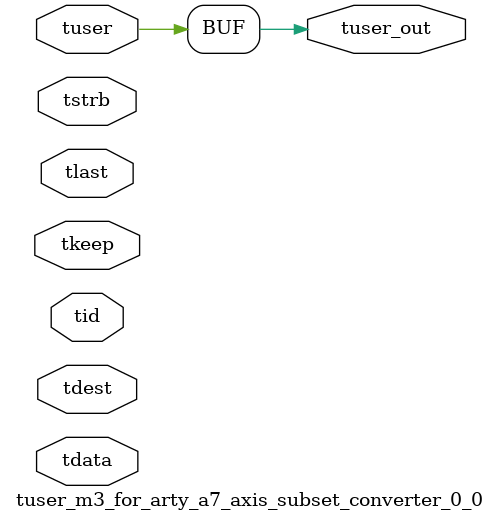
<source format=v>


`timescale 1ps/1ps

module tuser_m3_for_arty_a7_axis_subset_converter_0_0 #
(
parameter C_S_AXIS_TUSER_WIDTH = 1,
parameter C_S_AXIS_TDATA_WIDTH = 32,
parameter C_S_AXIS_TID_WIDTH   = 0,
parameter C_S_AXIS_TDEST_WIDTH = 0,
parameter C_M_AXIS_TUSER_WIDTH = 1
)
(
input  [(C_S_AXIS_TUSER_WIDTH == 0 ? 1 : C_S_AXIS_TUSER_WIDTH)-1:0     ] tuser,
input  [(C_S_AXIS_TDATA_WIDTH == 0 ? 1 : C_S_AXIS_TDATA_WIDTH)-1:0     ] tdata,
input  [(C_S_AXIS_TID_WIDTH   == 0 ? 1 : C_S_AXIS_TID_WIDTH)-1:0       ] tid,
input  [(C_S_AXIS_TDEST_WIDTH == 0 ? 1 : C_S_AXIS_TDEST_WIDTH)-1:0     ] tdest,
input  [(C_S_AXIS_TDATA_WIDTH/8)-1:0 ] tkeep,
input  [(C_S_AXIS_TDATA_WIDTH/8)-1:0 ] tstrb,
input                                                                    tlast,
output [C_M_AXIS_TUSER_WIDTH-1:0] tuser_out
);

assign tuser_out = {tuser[0:0]};

endmodule


</source>
